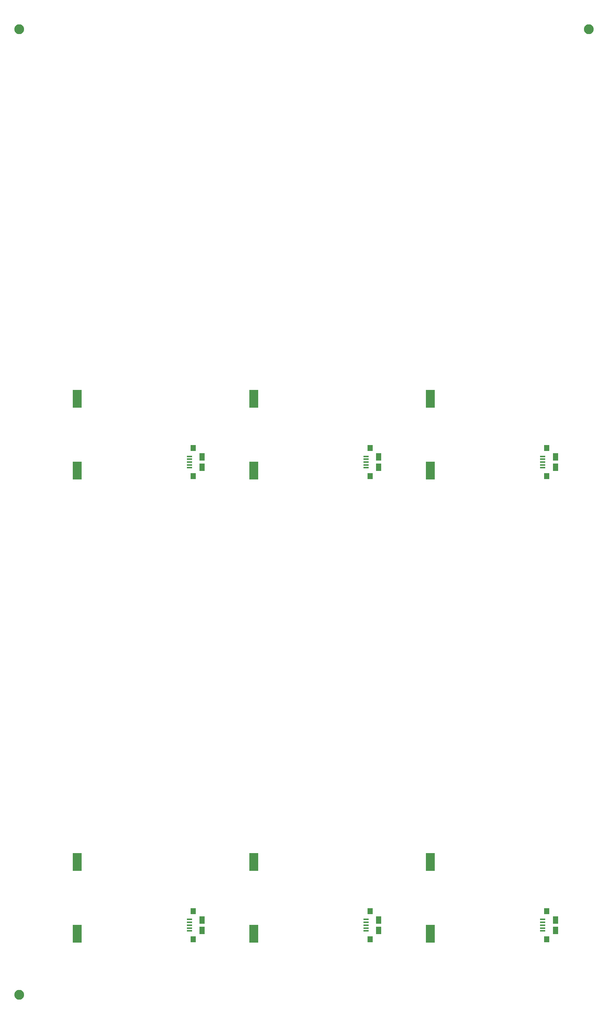
<source format=gbr>
G04 #@! TF.GenerationSoftware,KiCad,Pcbnew,(5.0.0)*
G04 #@! TF.CreationDate,2019-01-02T13:47:13-06:00*
G04 #@! TF.ProjectId,fk-weather-v0.11-02x03,666B2D776561746865722D76302E3131,0.1*
G04 #@! TF.SameCoordinates,PX791ddc0PY791ddc0*
G04 #@! TF.FileFunction,Paste,Bot*
G04 #@! TF.FilePolarity,Positive*
%FSLAX46Y46*%
G04 Gerber Fmt 4.6, Leading zero omitted, Abs format (unit mm)*
G04 Created by KiCad (PCBNEW (5.0.0)) date 01/02/19 13:47:13*
%MOMM*%
%LPD*%
G01*
G04 APERTURE LIST*
%ADD10R,1.260000X1.440000*%
%ADD11R,1.215000X0.360000*%
%ADD12R,1.260000X1.710000*%
%ADD13R,2.070000X4.050000*%
%ADD14C,2.250000*%
G04 APERTURE END LIST*
D10*
G04 #@! TO.C,J5*
X55883600Y-121777400D03*
D11*
X54963600Y-118577400D03*
D12*
X57883600Y-119777400D03*
X57883600Y-117377400D03*
D11*
X54963600Y-117927400D03*
X54963600Y-117277400D03*
X54963600Y-119227400D03*
X54963600Y-119877400D03*
D10*
X55883600Y-115377400D03*
G04 #@! TD*
G04 #@! TO.C,J5*
X15383600Y-121777400D03*
D11*
X14463600Y-118577400D03*
D12*
X17383600Y-119777400D03*
X17383600Y-117377400D03*
D11*
X14463600Y-117927400D03*
X14463600Y-117277400D03*
X14463600Y-119227400D03*
X14463600Y-119877400D03*
D10*
X15383600Y-115377400D03*
G04 #@! TD*
G04 #@! TO.C,J5*
X-25116400Y-121777400D03*
D11*
X-26036400Y-118577400D03*
D12*
X-23116400Y-119777400D03*
X-23116400Y-117377400D03*
D11*
X-26036400Y-117927400D03*
X-26036400Y-117277400D03*
X-26036400Y-119227400D03*
X-26036400Y-119877400D03*
D10*
X-25116400Y-115377400D03*
G04 #@! TD*
G04 #@! TO.C,J5*
X55883600Y-15777400D03*
D11*
X54963600Y-12577400D03*
D12*
X57883600Y-13777400D03*
X57883600Y-11377400D03*
D11*
X54963600Y-11927400D03*
X54963600Y-11277400D03*
X54963600Y-13227400D03*
X54963600Y-13877400D03*
D10*
X55883600Y-9377400D03*
G04 #@! TD*
G04 #@! TO.C,J5*
X15383600Y-15777400D03*
D11*
X14463600Y-12577400D03*
D12*
X17383600Y-13777400D03*
X17383600Y-11377400D03*
D11*
X14463600Y-11927400D03*
X14463600Y-11277400D03*
X14463600Y-13227400D03*
X14463600Y-13877400D03*
D10*
X15383600Y-9377400D03*
G04 #@! TD*
D13*
G04 #@! TO.C,BT1*
X29232400Y-104139400D03*
X29232400Y-120539400D03*
G04 #@! TD*
G04 #@! TO.C,BT1*
X-11267600Y-104139400D03*
X-11267600Y-120539400D03*
G04 #@! TD*
G04 #@! TO.C,BT1*
X-51767600Y-104139400D03*
X-51767600Y-120539400D03*
G04 #@! TD*
G04 #@! TO.C,BT1*
X29232400Y1860600D03*
X29232400Y-14539400D03*
G04 #@! TD*
G04 #@! TO.C,BT1*
X-11267600Y1860600D03*
X-11267600Y-14539400D03*
G04 #@! TD*
D14*
G04 #@! TO.C,REF\002A\002A*
X65511400Y86510600D03*
G04 #@! TD*
G04 #@! TO.C,REF\002A\002A*
X-64988600Y-134489400D03*
G04 #@! TD*
G04 #@! TO.C,REF\002A\002A*
X-64988600Y86510600D03*
G04 #@! TD*
D10*
G04 #@! TO.C,J5*
X-25116400Y-9377400D03*
D11*
X-26036400Y-13877400D03*
X-26036400Y-13227400D03*
X-26036400Y-11277400D03*
X-26036400Y-11927400D03*
D12*
X-23116400Y-11377400D03*
X-23116400Y-13777400D03*
D11*
X-26036400Y-12577400D03*
D10*
X-25116400Y-15777400D03*
G04 #@! TD*
D13*
G04 #@! TO.C,BT1*
X-51767600Y-14539400D03*
X-51767600Y1860600D03*
G04 #@! TD*
M02*

</source>
